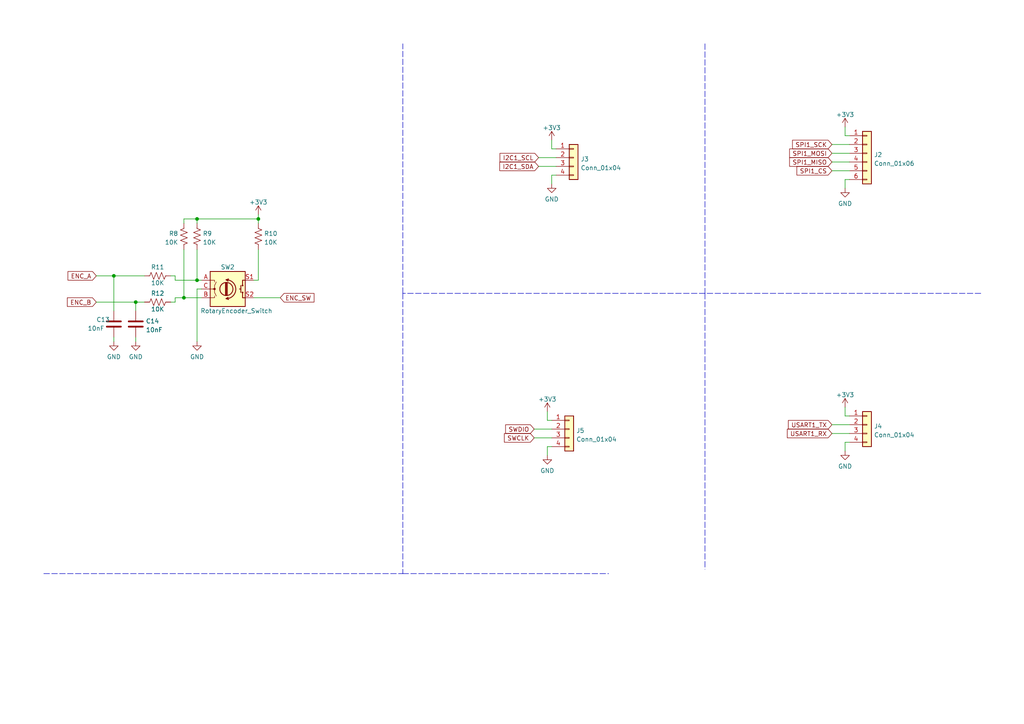
<source format=kicad_sch>
(kicad_sch (version 20211123) (generator eeschema)
  (paper "A4")
  (lib_symbols
    (symbol "Connector_Generic:Conn_01x04" (pin_names (offset 1.016) hide)
      (property "Reference" "J" (at 0 5.08 0))
      (property "Value" "Conn_01x04" (at 0 -7.62 0))
      (symbol "Conn_01x04_1_1"
        (rectangle (start -1.27 -4.953) (end 0 -5.207) (stroke (width 0.1524)))
        (rectangle (start -1.27 -2.413) (end 0 -2.667) (stroke (width 0.1524)))
        (rectangle (start -1.27 0.127) (end 0 -0.127) (stroke (width 0.1524)))
        (rectangle (start -1.27 2.667) (end 0 2.413) (stroke (width 0.1524)))
        (rectangle (start -1.27 3.81) (end 1.27 -6.35) (stroke (width 0.254)) (fill (type background)))
        (pin passive line (at -5.08 2.54 0) (length 3.81) (name "Pin_1") (number "1"))
        (pin passive line (at -5.08 0 0) (length 3.81) (name "Pin_2") (number "2"))
        (pin passive line (at -5.08 -2.54 0) (length 3.81) (name "Pin_3") (number "3"))
        (pin passive line (at -5.08 -5.08 0) (length 3.81) (name "Pin_4") (number "4"))
      )
    )
    (symbol "Connector_Generic:Conn_01x06" (pin_names (offset 1.016) hide)
      (property "Reference" "J" (at 0 7.62 0))
      (property "Value" "Conn_01x06" (at 0 -10.16 0))
      (symbol "Conn_01x06_1_1"
        (rectangle (start -1.27 -7.493) (end 0 -7.747) (stroke (width 0.1524)))
        (rectangle (start -1.27 -4.953) (end 0 -5.207) (stroke (width 0.1524)))
        (rectangle (start -1.27 -2.413) (end 0 -2.667) (stroke (width 0.1524)))
        (rectangle (start -1.27 0.127) (end 0 -0.127) (stroke (width 0.1524)))
        (rectangle (start -1.27 2.667) (end 0 2.413) (stroke (width 0.1524)))
        (rectangle (start -1.27 5.207) (end 0 4.953) (stroke (width 0.1524)))
        (rectangle (start -1.27 6.35) (end 1.27 -8.89) (stroke (width 0.254)) (fill (type background)))
        (pin passive line (at -5.08 5.08 0) (length 3.81) (name "Pin_1") (number "1"))
        (pin passive line (at -5.08 2.54 0) (length 3.81) (name "Pin_2") (number "2"))
        (pin passive line (at -5.08 0 0) (length 3.81) (name "Pin_3") (number "3"))
        (pin passive line (at -5.08 -2.54 0) (length 3.81) (name "Pin_4") (number "4"))
        (pin passive line (at -5.08 -5.08 0) (length 3.81) (name "Pin_5") (number "5"))
        (pin passive line (at -5.08 -7.62 0) (length 3.81) (name "Pin_6") (number "6"))
      )
    )
    (symbol "Device:C" (pin_numbers hide) (pin_names (offset 0.254))
      (property "Reference" "C" (at 0.635 2.54 0))
      (property "Value" "C" (at 0.635 -2.54 0))
      (symbol "C_0_1"
        (polyline (pts (xy -2.032 -0.762) (xy 2.032 -0.762)) (stroke (width 0.508)))
        (polyline (pts (xy -2.032 0.762) (xy 2.032 0.762)) (stroke (width 0.508)))
      )
      (symbol "C_1_1"
        (pin passive line (at 0 3.81 270) (length 2.794) (name "~") (number "1"))
        (pin passive line (at 0 -3.81 90) (length 2.794) (name "~") (number "2"))
      )
    )
    (symbol "Device:R_US" (pin_numbers hide) (pin_names (offset 0))
      (property "Reference" "R" (at 2.54 0 90))
      (property "Value" "R_US" (at -2.54 0 90))
      (symbol "R_US_0_1"
        (polyline (pts (xy 0 -2.286) (xy 0 -2.54)))
        (polyline (pts (xy 0 2.286) (xy 0 2.54)))
        (polyline (pts (xy 0 -0.762) (xy 1.016 -1.143) (xy 0 -1.524) (xy -1.016 -1.905) (xy 0 -2.286)))
        (polyline (pts (xy 0 0.762) (xy 1.016 0.381) (xy 0 0) (xy -1.016 -0.381) (xy 0 -0.762)))
        (polyline (pts (xy 0 2.286) (xy 1.016 1.905) (xy 0 1.524) (xy -1.016 1.143) (xy 0 0.762)))
      )
      (symbol "R_US_1_1"
        (pin passive line (at 0 3.81 270) (length 1.27) (name "~") (number "1"))
        (pin passive line (at 0 -3.81 90) (length 1.27) (name "~") (number "2"))
      )
    )
    (symbol "Device:RotaryEncoder_Switch" (pin_names (offset 0.254) hide)
      (property "Reference" "SW" (at 0 6.604 0))
      (property "Value" "RotaryEncoder_Switch" (at 0 -6.604 0))
      (symbol "RotaryEncoder_Switch_0_1"
        (rectangle (start -5.08 5.08) (end 5.08 -5.08) (stroke (width 0.254)) (fill (type background)))
        (circle (center -3.81 0) (radius 0.254) (fill (type outline)))
        (arc (start -0.381 -2.794) (mid 2.3622 -0.0635) (end -0.381 2.667) (stroke (width 0.254)))
        (circle (center -0.381 0) (radius 1.905) (stroke (width 0.254)))
        (polyline (pts (xy -0.635 -1.778) (xy -0.635 1.778)) (stroke (width 0.254)))
        (polyline (pts (xy -0.381 -1.778) (xy -0.381 1.778)) (stroke (width 0.254)))
        (polyline (pts (xy -0.127 1.778) (xy -0.127 -1.778)) (stroke (width 0.254)))
        (polyline (pts (xy 3.81 0) (xy 3.429 0)) (stroke (width 0.254)))
        (polyline (pts (xy 3.81 1.016) (xy 3.81 -1.016)) (stroke (width 0.254)))
        (polyline (pts (xy -5.08 -2.54) (xy -3.81 -2.54) (xy -3.81 -2.032)))
        (polyline (pts (xy -5.08 2.54) (xy -3.81 2.54) (xy -3.81 2.032)))
        (polyline (pts (xy 0.254 -3.048) (xy -0.508 -2.794) (xy 0.127 -2.413)) (stroke (width 0.254)))
        (polyline (pts (xy 0.254 2.921) (xy -0.508 2.667) (xy 0.127 2.286)) (stroke (width 0.254)))
        (polyline (pts (xy 5.08 -2.54) (xy 4.318 -2.54) (xy 4.318 -1.016)) (stroke (width 0.254)))
        (polyline (pts (xy 5.08 2.54) (xy 4.318 2.54) (xy 4.318 1.016)) (stroke (width 0.254)))
        (polyline (pts (xy -5.08 0) (xy -3.81 0) (xy -3.81 -1.016) (xy -3.302 -2.032)))
        (polyline (pts (xy -4.318 0) (xy -3.81 0) (xy -3.81 1.016) (xy -3.302 2.032)))
        (circle (center 4.318 -1.016) (radius 0.127) (stroke (width 0.254)))
        (circle (center 4.318 1.016) (radius 0.127) (stroke (width 0.254)))
      )
      (symbol "RotaryEncoder_Switch_1_1"
        (pin passive line (at -7.62 2.54 0) (length 2.54) (name "A") (number "A"))
        (pin passive line (at -7.62 -2.54 0) (length 2.54) (name "B") (number "B"))
        (pin passive line (at -7.62 0 0) (length 2.54) (name "C") (number "C"))
        (pin passive line (at 7.62 2.54 180) (length 2.54) (name "S1") (number "S1"))
        (pin passive line (at 7.62 -2.54 180) (length 2.54) (name "S2") (number "S2"))
      )
    )
    (symbol "power:+3.3V" (power) (pin_names (offset 0))
      (property "Value" "+3.3V" (at 0 3.556 0))
      (symbol "+3.3V_0_1"
        (polyline (pts (xy -0.762 1.27) (xy 0 2.54)))
        (polyline (pts (xy 0 0) (xy 0 2.54)))
        (polyline (pts (xy 0 2.54) (xy 0.762 1.27)))
      )
      (symbol "+3.3V_1_1"
        (pin power_in line (at 0 0 90) (length 0) hide (name "+3V3") (number "1"))
      )
    )
    (symbol "power:GND" (power) (pin_names (offset 0))
      (property "Value" "GND" (at 0 -3.81 0))
      (symbol "GND_0_1"
        (polyline (pts (xy 0 0) (xy 0 -1.27) (xy 1.27 -1.27) (xy 0 -2.54) (xy -1.27 -1.27) (xy 0 -1.27)))
      )
      (symbol "GND_1_1"
        (pin power_in line (at 0 0 270) (length 0) hide (name "GND") (number "1"))
      )
    )
  )
  (junction (at 33.02 80.01))
  (junction (at 57.15 81.28))
  (junction (at 57.15 63.5))
  (junction (at 53.34 86.36))
  (junction (at 39.37 87.63))
  (junction (at 74.93 63.5))
  (wire (pts (xy 73.66 86.36) (xy 81.28 86.36)))
  (wire (pts (xy 57.15 72.39) (xy 57.15 81.28)))
  (wire (pts (xy 241.3 41.91) (xy 246.38 41.91)))
  (wire (pts (xy 74.93 63.5) (xy 57.15 63.5)))
  (wire (pts (xy 50.8 80.01) (xy 50.8 81.28)))
  (wire (pts (xy 41.91 87.63) (xy 39.37 87.63)))
  (polyline (pts (xy 284.48 85.09) (xy 116.84 85.09)))
  (polyline (pts (xy 204.47 12.7) (xy 204.47 85.09)))
  (wire (pts (xy 241.3 49.53) (xy 246.38 49.53)))
  (wire (pts (xy 246.38 39.37) (xy 245.11 39.37)))
  (wire (pts (xy 160.02 121.92) (xy 158.75 121.92)))
  (wire (pts (xy 161.29 50.8) (xy 160.02 50.8)))
  (wire (pts (xy 156.21 45.72) (xy 161.29 45.72)))
  (wire (pts (xy 241.3 44.45) (xy 246.38 44.45)))
  (wire (pts (xy 241.3 46.99) (xy 246.38 46.99)))
  (wire (pts (xy 53.34 63.5) (xy 57.15 63.5)))
  (wire (pts (xy 156.21 48.26) (xy 161.29 48.26)))
  (polyline (pts (xy 12.7 166.37) (xy 116.84 166.37)))
  (wire (pts (xy 160.02 43.18) (xy 160.02 40.64)))
  (wire (pts (xy 160.02 50.8) (xy 160.02 53.34)))
  (wire (pts (xy 245.11 52.07) (xy 245.11 54.61)))
  (wire (pts (xy 49.53 87.63) (xy 50.8 87.63)))
  (wire (pts (xy 246.38 128.27) (xy 245.11 128.27)))
  (wire (pts (xy 50.8 81.28) (xy 57.15 81.28)))
  (wire (pts (xy 154.94 124.46) (xy 160.02 124.46)))
  (wire (pts (xy 53.34 86.36) (xy 53.34 72.39)))
  (wire (pts (xy 50.8 87.63) (xy 50.8 86.36)))
  (wire (pts (xy 57.15 81.28) (xy 58.42 81.28)))
  (wire (pts (xy 245.11 39.37) (xy 245.11 36.83)))
  (wire (pts (xy 50.8 86.36) (xy 53.34 86.36)))
  (wire (pts (xy 74.93 72.39) (xy 74.93 81.28)))
  (wire (pts (xy 246.38 120.65) (xy 245.11 120.65)))
  (wire (pts (xy 158.75 121.92) (xy 158.75 119.38)))
  (wire (pts (xy 58.42 86.36) (xy 53.34 86.36)))
  (wire (pts (xy 154.94 127) (xy 160.02 127)))
  (wire (pts (xy 33.02 80.01) (xy 33.02 90.17)))
  (wire (pts (xy 160.02 129.54) (xy 158.75 129.54)))
  (wire (pts (xy 57.15 83.82) (xy 58.42 83.82)))
  (polyline (pts (xy 116.84 85.09) (xy 116.84 12.7)))
  (wire (pts (xy 161.29 43.18) (xy 160.02 43.18)))
  (wire (pts (xy 241.3 125.73) (xy 246.38 125.73)))
  (wire (pts (xy 39.37 97.79) (xy 39.37 99.06)))
  (polyline (pts (xy 204.47 85.09) (xy 204.47 165.1)))
  (polyline (pts (xy 116.84 166.37) (xy 176.53 166.37)))
  (wire (pts (xy 49.53 80.01) (xy 50.8 80.01)))
  (wire (pts (xy 57.15 63.5) (xy 57.15 64.77)))
  (wire (pts (xy 74.93 63.5) (xy 74.93 64.77)))
  (polyline (pts (xy 116.84 85.09) (xy 116.84 166.37)))
  (wire (pts (xy 245.11 128.27) (xy 245.11 130.81)))
  (wire (pts (xy 57.15 99.06) (xy 57.15 83.82)))
  (wire (pts (xy 27.94 80.01) (xy 33.02 80.01)))
  (wire (pts (xy 245.11 120.65) (xy 245.11 118.11)))
  (wire (pts (xy 39.37 87.63) (xy 39.37 90.17)))
  (wire (pts (xy 241.3 123.19) (xy 246.38 123.19)))
  (wire (pts (xy 33.02 97.79) (xy 33.02 99.06)))
  (wire (pts (xy 74.93 62.23) (xy 74.93 63.5)))
  (wire (pts (xy 74.93 81.28) (xy 73.66 81.28)))
  (wire (pts (xy 246.38 52.07) (xy 245.11 52.07)))
  (wire (pts (xy 27.94 87.63) (xy 39.37 87.63)))
  (wire (pts (xy 53.34 64.77) (xy 53.34 63.5)))
  (wire (pts (xy 158.75 129.54) (xy 158.75 132.08)))
  (wire (pts (xy 41.91 80.01) (xy 33.02 80.01)))
  (global_label "USART1_RX" (shape input) (at 241.3 125.73 180) (property "Intersheet References" "${INTERSHEET_REFS}" (effects hide)))
  (global_label "I2C1_SCL" (shape input) (at 156.21 45.72 180) (property "Intersheet References" "${INTERSHEET_REFS}" (effects hide)))
  (global_label "SPI1_SCK" (shape input) (at 241.3 41.91 180) (property "Intersheet References" "${INTERSHEET_REFS}" (effects hide)))
  (global_label "ENC_B" (shape input) (at 27.94 87.63 180) (property "Intersheet References" "${INTERSHEET_REFS}" (effects hide)))
  (global_label "ENC_SW" (shape input) (at 81.28 86.36 0) (property "Intersheet References" "${INTERSHEET_REFS}" (effects hide)))
  (global_label "SWCLK" (shape input) (at 154.94 127 180) (property "Intersheet References" "${INTERSHEET_REFS}" (effects hide)))
  (global_label "ENC_A" (shape input) (at 27.94 80.01 180) (property "Intersheet References" "${INTERSHEET_REFS}" (effects hide)))
  (global_label "SPI1_MOSI" (shape input) (at 241.3 44.45 180) (property "Intersheet References" "${INTERSHEET_REFS}" (effects hide)))
  (global_label "USART1_TX" (shape input) (at 241.3 123.19 180) (property "Intersheet References" "${INTERSHEET_REFS}" (effects hide)))
  (global_label "SPI1_CS" (shape input) (at 241.3 49.53 180) (property "Intersheet References" "${INTERSHEET_REFS}" (effects hide)))
  (global_label "SWDIO" (shape input) (at 154.94 124.46 180) (property "Intersheet References" "${INTERSHEET_REFS}" (effects hide)))
  (global_label "I2C1_SDA" (shape input) (at 156.21 48.26 180) (property "Intersheet References" "${INTERSHEET_REFS}" (effects hide)))
  (global_label "SPI1_MISO" (shape input) (at 241.3 46.99 180) (property "Intersheet References" "${INTERSHEET_REFS}" (effects hide)))
  (symbol (lib_id "power:GND") (at 39.37 99.06 0) (unit 1)
    (property "Reference" "#PWR031" (effects hide))
    (property "Value" "GND" (at 39.37 103.5034 0))
  )
  (symbol (lib_id "Connector_Generic:Conn_01x04") (at 251.46 123.19 0) (unit 1)
    (property "Reference" "J4" (at 253.492 123.6253 0) (effects (justify left)))
    (property "Value" "Conn_01x04" (at 253.492 126.1622 0) (effects (justify left)))
    (property "Footprint" "Connector_PinSocket_2.54mm:PinSocket_1x04_P2.54mm_Horizontal" (effects hide))
  )
  (symbol (lib_id "Device:RotaryEncoder_Switch") (at 66.04 83.82 0) (unit 1)
    (property "Reference" "SW2" (at 66.04 77.47 0))
    (property "Value" "RotaryEncoder_Switch" (at 68.58 90.17 0))
    (property "Footprint" "LCSC:PEC12R-4xxxF-Sxxxx" (effects hide))
  )
  (symbol (lib_id "Device:R_US") (at 74.93 68.58 0) (unit 1)
    (property "Reference" "R10" (at 76.581 67.7453 0) (effects (justify left)))
    (property "Value" "10K" (at 76.581 70.2822 0) (effects (justify left)))
    (property "Footprint" "Resistor_SMD:R_0603_1608Metric" (effects hide))
  )
  (symbol (lib_id "Device:R_US") (at 45.72 87.63 270) (unit 1)
    (property "Reference" "R12" (at 45.72 85.09 90))
    (property "Value" "10K" (at 45.72 89.6819 90))
    (property "Footprint" "Resistor_SMD:R_0603_1608Metric" (effects hide))
  )
  (symbol (lib_id "power:GND") (at 33.02 99.06 0) (unit 1)
    (property "Reference" "#PWR030" (effects hide))
    (property "Value" "GND" (at 33.02 103.5034 0))
  )
  (symbol (lib_id "Device:C") (at 39.37 93.98 0) (unit 1)
    (property "Reference" "C14" (at 42.291 93.1453 0) (effects (justify left)))
    (property "Value" "10nF" (at 42.291 95.6822 0) (effects (justify left)))
    (property "Footprint" "Capacitor_SMD:C_0603_1608Metric" (effects hide))
  )
  (symbol (lib_id "power:GND") (at 245.11 54.61 0) (unit 1)
    (property "Reference" "#PWR028" (effects hide))
    (property "Value" "GND" (at 245.11 59.0534 0))
  )
  (symbol (lib_id "power:GND") (at 158.75 132.08 0) (unit 1)
    (property "Reference" "#PWR036" (effects hide))
    (property "Value" "GND" (at 158.75 136.5234 0))
  )
  (symbol (lib_id "power:GND") (at 160.02 53.34 0) (unit 1)
    (property "Reference" "#PWR027" (effects hide))
    (property "Value" "GND" (at 160.02 57.7834 0))
  )
  (symbol (lib_id "Connector_Generic:Conn_01x06") (at 251.46 44.45 0) (unit 1)
    (property "Reference" "J2" (at 253.492 44.8853 0) (effects (justify left)))
    (property "Value" "Conn_01x06" (at 253.492 47.4222 0) (effects (justify left)))
    (property "Footprint" "Connector_PinSocket_2.54mm:PinSocket_1x06_P2.54mm_Horizontal" (effects hide))
  )
  (symbol (lib_id "Device:R_US") (at 45.72 80.01 270) (unit 1)
    (property "Reference" "R11" (at 45.72 77.47 90))
    (property "Value" "10K" (at 45.72 82.0619 90))
    (property "Footprint" "Resistor_SMD:R_0603_1608Metric" (effects hide))
  )
  (symbol (lib_id "power:+3.3V") (at 158.75 119.38 0) (unit 1)
    (property "Reference" "#PWR034" (effects hide))
    (property "Value" "+3.3V" (at 158.75 115.8042 0))
  )
  (symbol (lib_id "power:GND") (at 57.15 99.06 0) (unit 1)
    (property "Reference" "#PWR032" (effects hide))
    (property "Value" "GND" (at 57.15 103.5034 0))
  )
  (symbol (lib_id "Connector_Generic:Conn_01x04") (at 165.1 124.46 0) (unit 1)
    (property "Reference" "J5" (at 167.132 124.8953 0) (effects (justify left)))
    (property "Value" "Conn_01x04" (at 167.132 127.4322 0) (effects (justify left)))
    (property "Footprint" "Connector_PinSocket_2.54mm:PinSocket_1x04_P2.54mm_Horizontal" (effects hide))
  )
  (symbol (lib_id "power:GND") (at 245.11 130.81 0) (unit 1)
    (property "Reference" "#PWR035" (effects hide))
    (property "Value" "GND" (at 245.11 135.2534 0))
  )
  (symbol (lib_id "power:+3.3V") (at 245.11 118.11 0) (unit 1)
    (property "Reference" "#PWR033" (effects hide))
    (property "Value" "+3.3V" (at 245.11 114.5342 0))
  )
  (symbol (lib_id "power:+3.3V") (at 245.11 36.83 0) (unit 1)
    (property "Reference" "#PWR025" (effects hide))
    (property "Value" "+3.3V" (at 245.11 33.2542 0))
  )
  (symbol (lib_id "Device:C") (at 33.02 93.98 0) (unit 1)
    (property "Reference" "C13" (at 27.94 92.71 0) (effects (justify left)))
    (property "Value" "10nF" (at 25.4 95.25 0) (effects (justify left)))
    (property "Footprint" "Capacitor_SMD:C_0603_1608Metric" (effects hide))
  )
  (symbol (lib_id "Connector_Generic:Conn_01x04") (at 166.37 45.72 0) (unit 1)
    (property "Reference" "J3" (at 168.402 46.1553 0) (effects (justify left)))
    (property "Value" "Conn_01x04" (at 168.402 48.6922 0) (effects (justify left)))
    (property "Footprint" "Connector_PinSocket_2.54mm:PinSocket_1x04_P2.54mm_Horizontal" (effects hide))
  )
  (symbol (lib_id "power:+3.3V") (at 160.02 40.64 0) (unit 1)
    (property "Reference" "#PWR026" (effects hide))
    (property "Value" "+3.3V" (at 160.02 37.0642 0))
  )
  (symbol (lib_id "Device:R_US") (at 53.34 68.58 0) (mirror x) (unit 1)
    (property "Reference" "R8" (at 51.689 67.7453 0) (effects (justify right)))
    (property "Value" "10K" (at 51.689 70.2822 0) (effects (justify right)))
    (property "Footprint" "Resistor_SMD:R_0603_1608Metric" (effects hide))
  )
  (symbol (lib_id "power:+3.3V") (at 74.93 62.23 0) (unit 1)
    (property "Reference" "#PWR029" (effects hide))
    (property "Value" "+3.3V" (at 74.93 58.6542 0))
  )
  (symbol (lib_id "Device:R_US") (at 57.15 68.58 0) (unit 1)
    (property "Reference" "R9" (at 58.801 67.7453 0) (effects (justify left)))
    (property "Value" "10K" (at 58.801 70.2822 0) (effects (justify left)))
    (property "Footprint" "Resistor_SMD:R_0603_1608Metric" (effects hide))
  )
)
</source>
